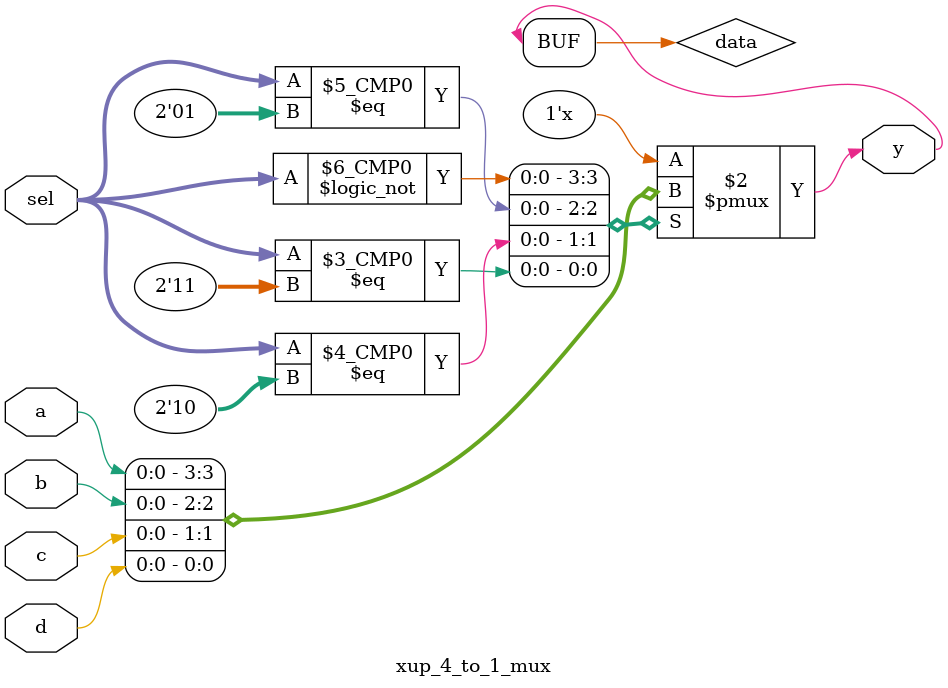
<source format=v>
`timescale 1ns / 1ps
module xup_4_to_1_mux #(parameter DELAY = 3)(
    input wire a,
    input wire b,
    input wire c,
    input wire d,
    input wire [1:0] sel,
    output wire y
    );
    reg data;
    
    always @(*) begin
        case(sel)
            2'b00 : data <= a;
            2'b01 : data <= b;
            2'b10 : data <= c;
            2'b11 : data <= d;
            default : data <= a;
        endcase
    end
    
    assign #DELAY y = data;
        
endmodule

</source>
